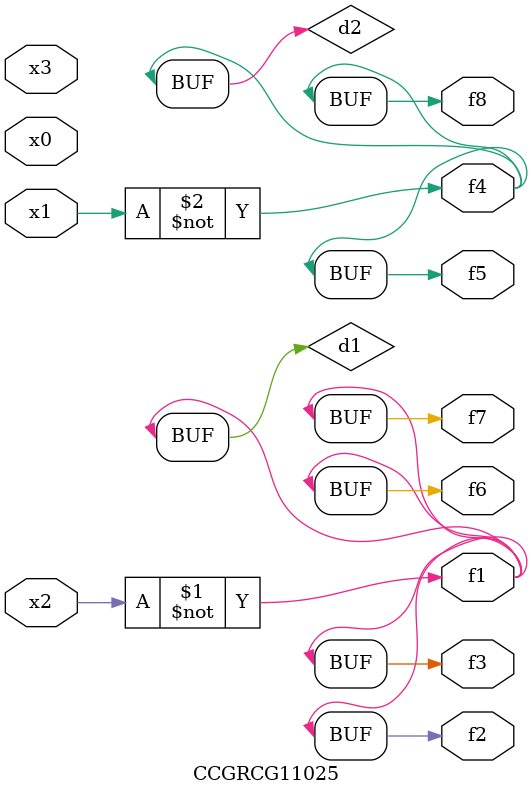
<source format=v>
module CCGRCG11025(
	input x0, x1, x2, x3,
	output f1, f2, f3, f4, f5, f6, f7, f8
);

	wire d1, d2;

	xnor (d1, x2);
	not (d2, x1);
	assign f1 = d1;
	assign f2 = d1;
	assign f3 = d1;
	assign f4 = d2;
	assign f5 = d2;
	assign f6 = d1;
	assign f7 = d1;
	assign f8 = d2;
endmodule

</source>
